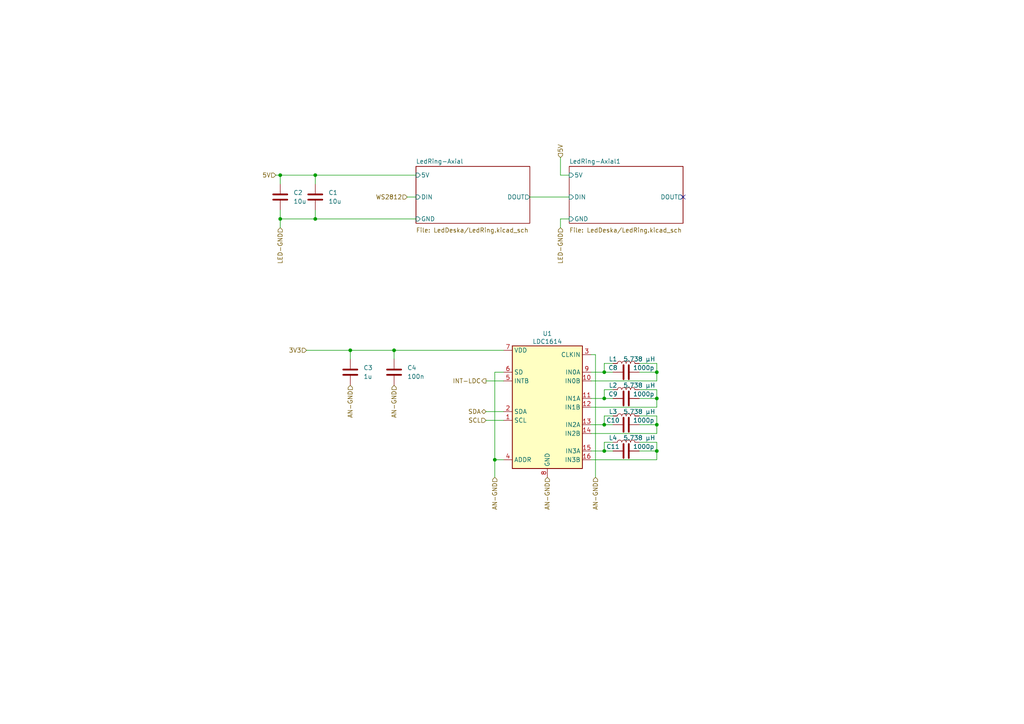
<source format=kicad_sch>
(kicad_sch (version 20250114) (generator "eeschema") (generator_version "9.0")
  (paper "A4")
  (lib_symbols
    (symbol "Device:C" (pin_numbers (hide yes)) (pin_names (offset 0.254))
      (property "Reference" "C" (at 0.635 2.54 0))
      (property "Value" "C" (at 0.635 -2.54 0))
      (symbol "C_0_1"
        (polyline (pts (xy -2.032 0.762) (xy 2.032 0.762)) (stroke (width 0.508)))
        (polyline (pts (xy -2.032 -0.762) (xy 2.032 -0.762)) (stroke (width 0.508)))
      )
      (symbol "C_1_1"
        (pin passive line (at 0 3.81 270) (length 2.794) (name "~") (number "1"))
        (pin passive line (at 0 -3.81 90) (length 2.794) (name "~") (number "2"))
      )
    )
    (symbol "Device:L" (pin_numbers (hide yes)) (pin_names (offset 1.016) (hide yes))
      (property "Reference" "L" (at -1.27 0 90))
      (property "Value" "L" (at 1.905 0 90))
      (symbol "L_0_1"
        (arc (start 0 2.54) (mid 0.6323 1.905) (end 0 1.27))
        (arc (start 0 1.27) (mid 0.6323 0.635) (end 0 0))
        (arc (start 0 0) (mid 0.6323 -0.635) (end 0 -1.27))
        (arc (start 0 -1.27) (mid 0.6323 -1.905) (end 0 -2.54))
      )
      (symbol "L_1_1"
        (pin passive line (at 0 3.81 270) (length 1.27) (name "1") (number "1"))
        (pin passive line (at 0 -3.81 90) (length 1.27) (name "2") (number "2"))
      )
    )
    (symbol "RKL-SpecialThings:LDC1x14"
      (property "Reference" "U" (at 0 5.08 0))
      (property "Value" "LDC1614" (at 0 2.54 0))
      (symbol "LDC1x14_0_1"
        (rectangle (start -10.16 0) (end 10.16 -35.56) (stroke (width 0.254)) (fill (type background)))
      )
      (symbol "LDC1x14_1_1"
        (pin input line (at -12.7 -2.54 0) (length 2.54) (name "CLKIN") (number "3"))
        (pin input line (at -12.7 -7.62 0) (length 2.54) (name "IN0A") (number "9"))
        (pin input line (at -12.7 -10.16 0) (length 2.54) (name "IN0B") (number "10"))
        (pin input line (at -12.7 -15.24 0) (length 2.54) (name "IN1A") (number "11"))
        (pin input line (at -12.7 -17.78 0) (length 2.54) (name "IN1B") (number "12"))
        (pin input line (at -12.7 -22.86 0) (length 2.54) (name "IN2A") (number "13"))
        (pin input line (at -12.7 -25.4 0) (length 2.54) (name "IN2B") (number "14"))
        (pin input line (at -12.7 -30.48 0) (length 2.54) (name "IN3A") (number "15"))
        (pin input line (at -12.7 -33.02 0) (length 2.54) (name "IN3B") (number "16"))
        (pin passive line (at 0 -38.1 90) (length 2.54) (hide yes) (name "GND") (number "17"))
        (pin power_in line (at 0 -38.1 90) (length 2.54) (name "GND") (number "8"))
        (pin power_in line (at 12.7 -1.27 180) (length 2.54) (name "VDD") (number "7"))
        (pin input line (at 12.7 -7.62 180) (length 2.54) (name "SD") (number "6"))
        (pin open_collector line (at 12.7 -10.16 180) (length 2.54) (name "INTB") (number "5"))
        (pin bidirectional line (at 12.7 -19.05 180) (length 2.54) (name "SDA") (number "2"))
        (pin input line (at 12.7 -21.59 180) (length 2.54) (name "SCL") (number "1"))
        (pin input line (at 12.7 -33.02 180) (length 2.54) (name "ADDR") (number "4"))
      )
    )
  )
  (junction (at 190.5 107.95))
  (junction (at 101.6 101.6))
  (junction (at 175.26 115.57))
  (junction (at 190.5 115.57))
  (junction (at 91.44 50.8))
  (junction (at 175.26 130.81))
  (junction (at 190.5 130.81))
  (junction (at 81.28 63.5))
  (junction (at 175.26 123.19))
  (junction (at 81.28 50.8))
  (junction (at 190.5 123.19))
  (junction (at 143.51 133.35))
  (junction (at 175.26 107.95))
  (junction (at 91.44 63.5))
  (junction (at 114.3 101.6))
  (no_connect (at 198.12 57.15))
  (wire (pts (xy 171.45 115.57) (xy 175.26 115.57)))
  (wire (pts (xy 143.51 138.43) (xy 143.51 133.35)))
  (wire (pts (xy 91.44 63.5) (xy 81.28 63.5)))
  (wire (pts (xy 143.51 107.95) (xy 143.51 133.35)))
  (wire (pts (xy 190.5 123.19) (xy 190.5 125.73)))
  (wire (pts (xy 114.3 104.14) (xy 114.3 101.6)))
  (wire (pts (xy 140.97 110.49) (xy 146.05 110.49)))
  (wire (pts (xy 101.6 104.14) (xy 101.6 101.6)))
  (wire (pts (xy 171.45 133.35) (xy 190.5 133.35)))
  (wire (pts (xy 171.45 123.19) (xy 175.26 123.19)))
  (wire (pts (xy 140.97 119.38) (xy 146.05 119.38)))
  (wire (pts (xy 190.5 113.03) (xy 190.5 115.57)))
  (wire (pts (xy 185.42 113.03) (xy 190.5 113.03)))
  (wire (pts (xy 81.28 50.8) (xy 91.44 50.8)))
  (wire (pts (xy 140.97 121.92) (xy 146.05 121.92)))
  (wire (pts (xy 162.56 63.5) (xy 165.1 63.5)))
  (wire (pts (xy 91.44 63.5) (xy 120.65 63.5)))
  (wire (pts (xy 190.5 120.65) (xy 190.5 123.19)))
  (wire (pts (xy 175.26 123.19) (xy 177.8 123.19)))
  (wire (pts (xy 153.67 57.15) (xy 165.1 57.15)))
  (wire (pts (xy 185.42 120.65) (xy 190.5 120.65)))
  (wire (pts (xy 175.26 128.27) (xy 177.8 128.27)))
  (wire (pts (xy 81.28 63.5) (xy 81.28 66.04)))
  (wire (pts (xy 91.44 50.8) (xy 120.65 50.8)))
  (wire (pts (xy 81.28 53.34) (xy 81.28 50.8)))
  (wire (pts (xy 162.56 66.04) (xy 162.56 63.5)))
  (wire (pts (xy 185.42 105.41) (xy 190.5 105.41)))
  (wire (pts (xy 146.05 107.95) (xy 143.51 107.95)))
  (wire (pts (xy 171.45 125.73) (xy 190.5 125.73)))
  (wire (pts (xy 88.9 101.6) (xy 101.6 101.6)))
  (wire (pts (xy 91.44 53.34) (xy 91.44 50.8)))
  (wire (pts (xy 190.5 115.57) (xy 190.5 118.11)))
  (wire (pts (xy 185.42 130.81) (xy 190.5 130.81)))
  (wire (pts (xy 114.3 101.6) (xy 146.05 101.6)))
  (wire (pts (xy 190.5 105.41) (xy 190.5 107.95)))
  (wire (pts (xy 190.5 107.95) (xy 190.5 110.49)))
  (wire (pts (xy 175.26 115.57) (xy 175.26 113.03)))
  (wire (pts (xy 175.26 120.65) (xy 177.8 120.65)))
  (wire (pts (xy 80.01 50.8) (xy 81.28 50.8)))
  (wire (pts (xy 175.26 130.81) (xy 175.26 128.27)))
  (wire (pts (xy 175.26 107.95) (xy 177.8 107.95)))
  (wire (pts (xy 101.6 101.6) (xy 114.3 101.6)))
  (wire (pts (xy 171.45 107.95) (xy 175.26 107.95)))
  (wire (pts (xy 171.45 118.11) (xy 190.5 118.11)))
  (wire (pts (xy 175.26 105.41) (xy 177.8 105.41)))
  (wire (pts (xy 118.11 57.15) (xy 120.65 57.15)))
  (wire (pts (xy 172.72 102.87) (xy 172.72 138.43)))
  (wire (pts (xy 171.45 102.87) (xy 172.72 102.87)))
  (wire (pts (xy 175.26 115.57) (xy 177.8 115.57)))
  (wire (pts (xy 171.45 110.49) (xy 190.5 110.49)))
  (wire (pts (xy 190.5 130.81) (xy 190.5 133.35)))
  (wire (pts (xy 91.44 60.96) (xy 91.44 63.5)))
  (wire (pts (xy 185.42 123.19) (xy 190.5 123.19)))
  (wire (pts (xy 162.56 45.72) (xy 162.56 50.8)))
  (wire (pts (xy 185.42 128.27) (xy 190.5 128.27)))
  (wire (pts (xy 185.42 107.95) (xy 190.5 107.95)))
  (wire (pts (xy 175.26 107.95) (xy 175.26 105.41)))
  (wire (pts (xy 162.56 50.8) (xy 165.1 50.8)))
  (wire (pts (xy 190.5 128.27) (xy 190.5 130.81)))
  (wire (pts (xy 175.26 113.03) (xy 177.8 113.03)))
  (wire (pts (xy 175.26 130.81) (xy 177.8 130.81)))
  (wire (pts (xy 175.26 123.19) (xy 175.26 120.65)))
  (wire (pts (xy 171.45 130.81) (xy 175.26 130.81)))
  (wire (pts (xy 185.42 115.57) (xy 190.5 115.57)))
  (wire (pts (xy 143.51 133.35) (xy 146.05 133.35)))
  (wire (pts (xy 81.28 60.96) (xy 81.28 63.5)))
  (hierarchical_label "AN-GND" (shape input) (at 114.3 111.76 270))
  (hierarchical_label "AN-GND" (shape input) (at 158.75 138.43 270))
  (hierarchical_label "AN-GND" (shape input) (at 143.51 138.43 270))
  (hierarchical_label "LED-GND" (shape input) (at 81.28 66.04 270))
  (hierarchical_label "5V" (shape input) (at 80.01 50.8 180))
  (hierarchical_label "3V3" (shape input) (at 88.9 101.6 180))
  (hierarchical_label "AN-GND" (shape input) (at 101.6 111.76 270))
  (hierarchical_label "WS2812" (shape input) (at 118.11 57.15 180))
  (hierarchical_label "INT-LDC" (shape output) (at 140.97 110.49 180))
  (hierarchical_label "LED-GND" (shape input) (at 162.56 66.04 270))
  (hierarchical_label "SCL" (shape input) (at 140.97 121.92 180))
  (hierarchical_label "AN-GND" (shape input) (at 172.72 138.43 270))
  (hierarchical_label "5V" (shape input) (at 162.56 45.72 90))
  (hierarchical_label "SDA" (shape bidirectional) (at 140.97 119.38 180))
  (symbol (lib_id "Device:L") (at 181.61 105.41 270) (mirror x) (unit 1)
    (property "Reference" "L1" (at 177.8 104.14 90))
    (property "Value" "5.738 µH" (at 185.42 104.14 90))
    (property "Footprint" "RKL-Inductors:PCB_coil" (effects (hide yes)))
    (property "JLCPCB_IGNORE" "ignore" (effects (hide yes)))
    (instances (project "ZakladniElektronika" (path "" (reference "L1") (unit 1))) (project "LedBoard" (path "" (reference "L?") (unit 1))))
  )
  (symbol (lib_id "Device:C") (at 181.61 123.19 90) (unit 1)
    (property "Reference" "C10" (at 177.8 121.92 90))
    (property "Value" "1000p" (at 186.69 121.92 90))
    (property "Footprint" "Capacitor_SMD:C_0402_1005Metric" (effects (hide yes)))
    (property "LCSC" "C1523" (effects (hide yes)))
    (property "Basic/Extended" "B" (effects (hide yes)))
    (property "info" "50V, X7R" (effects (hide yes)))
  )
  (symbol (lib_id "Device:C") (at 101.6 107.95 0) (unit 1)
    (property "Reference" "C3" (at 105.41 106.68 0) (effects (justify left)))
    (property "Value" "1u" (at 105.41 109.22 0) (effects (justify left)))
    (property "Footprint" "Capacitor_SMD:C_0402_1005Metric" (effects (hide yes)))
    (property "LCSC" "C1518208" (effects (hide yes)))
    (property "info" "50V, X5R (potenciálně C52923 což je 25V, X5R )" (effects (hide yes)))
    (property "Basic/Extended" "E" (effects (hide yes)))
    (property "JLCPCB_CORRECTION" "0;0;0" (effects (hide yes)))
  )
  (symbol (lib_id "Device:C") (at 181.61 107.95 90) (unit 1)
    (property "Reference" "C8" (at 177.8 106.68 90))
    (property "Value" "1000p" (at 186.69 106.68 90))
    (property "Footprint" "Capacitor_SMD:C_0402_1005Metric" (effects (hide yes)))
    (property "LCSC" "C1523" (effects (hide yes)))
    (property "Basic/Extended" "B" (effects (hide yes)))
    (property "info" "50V, X7R" (effects (hide yes)))
  )
  (symbol (lib_id "RKL-SpecialThings:LDC1x14") (at 158.75 100.33 0) (mirror y) (unit 1)
    (property "Reference" "U1" (at 158.75 96.7486 0))
    (property "Value" "LDC1614" (at 158.75 99.06 0))
    (property "Footprint" "Package_DFN_QFN:WQFN-16-1EP_4x4mm_P0.5mm_EP2.6x2.6mm" (effects (hide yes)))
    (property "Datasheet" "http://www.ti.com/lit/ds/symlink/ldc1312.pdf" (effects (hide yes)))
    (property "LCSC" "C968448" (effects (hide yes)))
    (property "Basic/Extended" "E" (effects (hide yes)))
    (instances (project "ZakladniElektronika" (path "" (reference "U1") (unit 1))) (project "LedBoard" (path "" (reference "U?") (unit 1))))
  )
  (symbol (lib_id "Device:C") (at 114.3 107.95 0) (unit 1)
    (property "Reference" "C4" (at 118.11 106.68 0) (effects (justify left)))
    (property "Value" "100n" (at 118.11 109.22 0) (effects (justify left)))
    (property "Footprint" "Capacitor_SMD:C_0402_1005Metric" (effects (hide yes)))
    (property "LCSC" "C307331" (effects (hide yes)))
    (property "info" "50V, X7R" (effects (hide yes)))
    (property "Basic/Extended" "B" (effects (hide yes)))
  )
  (symbol (lib_id "Device:L") (at 181.61 120.65 270) (mirror x) (unit 1)
    (property "Reference" "L3" (at 177.8 119.38 90))
    (property "Value" "5.738 µH" (at 185.42 119.38 90))
    (property "Footprint" "RKL-Inductors:PCB_coil" (effects (hide yes)))
    (property "JLCPCB_IGNORE" "ignore" (effects (hide yes)))
    (instances (project "ZakladniElektronika" (path "" (reference "L3") (unit 1))) (project "LedBoard" (path "" (reference "L?") (unit 1))))
  )
  (symbol (lib_id "Device:L") (at 181.61 128.27 270) (mirror x) (unit 1)
    (property "Reference" "L4" (at 177.8 127 90))
    (property "Value" "5.738 µH" (at 185.42 127 90))
    (property "Footprint" "RKL-Inductors:PCB_coil" (effects (hide yes)))
    (property "JLCPCB_IGNORE" "ignore" (effects (hide yes)))
    (instances (project "ZakladniElektronika" (path "" (reference "L4") (unit 1))) (project "LedBoard" (path "" (reference "L?") (unit 1))))
  )
  (symbol (lib_id "Device:L") (at 181.61 113.03 270) (mirror x) (unit 1)
    (property "Reference" "L2" (at 177.8 111.76 90))
    (property "Value" "5.738 µH" (at 185.42 111.76 90))
    (property "Footprint" "RKL-Inductors:PCB_coil" (effects (hide yes)))
    (property "JLCPCB_IGNORE" "ignore" (effects (hide yes)))
    (instances (project "ZakladniElektronika" (path "" (reference "L2") (unit 1))) (project "LedBoard" (path "" (reference "L?") (unit 1))))
  )
  (symbol (lib_id "Device:C") (at 181.61 115.57 90) (unit 1)
    (property "Reference" "C9" (at 177.8 114.3 90))
    (property "Value" "1000p" (at 186.69 114.3 90))
    (property "Footprint" "Capacitor_SMD:C_0402_1005Metric" (effects (hide yes)))
    (property "LCSC" "C1523" (effects (hide yes)))
    (property "Basic/Extended" "B" (effects (hide yes)))
    (property "info" "50V, X7R" (effects (hide yes)))
  )
  (symbol (lib_id "Device:C") (at 91.44 57.15 0) (unit 1)
    (property "Reference" "C1" (at 95.25 55.88 0) (effects (justify left)))
    (property "Value" "10u" (at 95.25 58.42 0) (effects (justify left)))
    (property "Footprint" "Capacitor_SMD:C_0603_1608Metric" (effects (hide yes)))
    (property "LCSC" "C96446" (effects (hide yes)))
    (property "Basic/Extended" "B" (effects (hide yes)))
    (property "info" "25V, X5R" (effects (hide yes)))
  )
  (symbol (lib_id "Device:C") (at 81.28 57.15 0) (unit 1)
    (property "Reference" "C2" (at 85.09 55.88 0) (effects (justify left)))
    (property "Value" "10u" (at 85.09 58.42 0) (effects (justify left)))
    (property "Footprint" "Capacitor_SMD:C_0603_1608Metric" (effects (hide yes)))
    (property "LCSC" "C96446" (effects (hide yes)))
    (property "Basic/Extended" "B" (effects (hide yes)))
    (property "info" "25V, X5R" (effects (hide yes)))
  )
  (symbol (lib_id "Device:C") (at 181.61 130.81 90) (unit 1)
    (property "Reference" "C11" (at 177.8 129.54 90))
    (property "Value" "1000p" (at 186.69 129.54 90))
    (property "Footprint" "Capacitor_SMD:C_0402_1005Metric" (effects (hide yes)))
    (property "LCSC" "C1523" (effects (hide yes)))
    (property "Basic/Extended" "B" (effects (hide yes)))
    (property "info" "50V, X7R" (effects (hide yes)))
  )
  (sheet (at 165.1 48.26) (size 33.02 16.51) (stroke (width 0.1524))
    (property "Sheetname" "LedRing-Axial1" (at 165.1 47.5484 0) (effects (justify left bottom)))
    (property "Sheetfile" "LedDeska/LedRing.kicad_sch" (at 165.1 66.04 0) (effects (justify left top)))
    (pin "GND" input (at 165.1 63.5 180))
    (pin "DOUT" output (at 198.12 57.15 0))
    (pin "5V" input (at 165.1 50.8 180))
    (pin "DIN" input (at 165.1 57.15 180))
  )
  (sheet (at 120.65 48.26) (size 33.02 16.51) (stroke (width 0.1524))
    (property "Sheetname" "LedRing-Axial" (at 120.65 47.5484 0) (effects (justify left bottom)))
    (property "Sheetfile" "LedDeska/LedRing.kicad_sch" (at 120.65 66.04 0) (effects (justify left top)))
    (pin "GND" input (at 120.65 63.5 180))
    (pin "DOUT" output (at 153.67 57.15 0))
    (pin "5V" input (at 120.65 50.8 180))
    (pin "DIN" input (at 120.65 57.15 180))
  )
)
</source>
